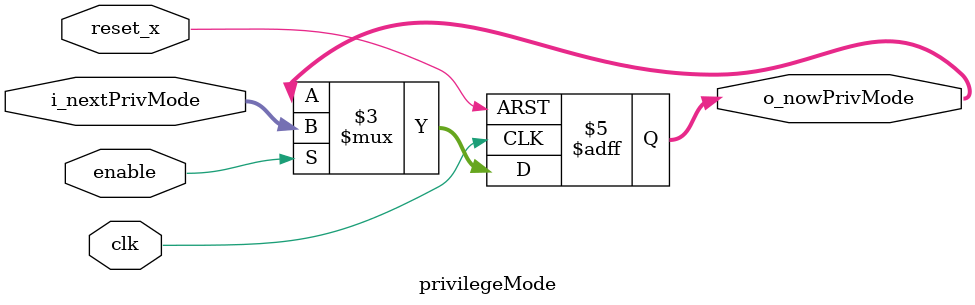
<source format=v>
`define UMODE 2'b00
`define MMODE 2'b11

module privilegeMode (
  input clk, reset_x, enable,
  input [1:0] i_nextPrivMode,

  output reg [1:0] o_nowPrivMode
);

  // Now Privilege Mode
  // U : 00
  // S : 01
  //(H : 10)
  // M : 11
  
  always @(posedge clk, negedge reset_x) begin
    if (!reset_x)
      o_nowPrivMode <= `UMODE;
    else if (enable)
      o_nowPrivMode <= i_nextPrivMode;
  end

  
endmodule
</source>
